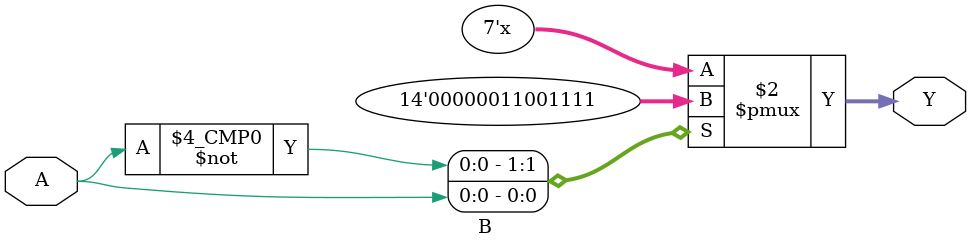
<source format=v>
module B(input A,output reg [6:0] Y);
always @(A)
    begin
        case (A) 
            0 : Y = 7'b0000001; ///// abcdef(0123456 ->) đk các chân của led 7 đoạn
            1 : Y = 7'b1001111; 
				default Y = 7'b0000001;
	  	endcase
		end
endmodule
</source>
